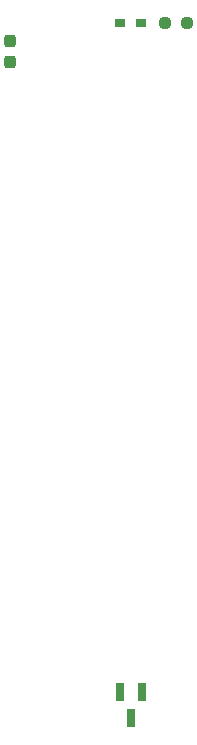
<source format=gbr>
G04 #@! TF.GenerationSoftware,KiCad,Pcbnew,8.0.4+dfsg-1*
G04 #@! TF.CreationDate,2025-03-02T09:53:04+09:00*
G04 #@! TF.ProjectId,bionic-im6100,62696f6e-6963-42d6-996d-363130302e6b,3*
G04 #@! TF.SameCoordinates,Original*
G04 #@! TF.FileFunction,Paste,Top*
G04 #@! TF.FilePolarity,Positive*
%FSLAX46Y46*%
G04 Gerber Fmt 4.6, Leading zero omitted, Abs format (unit mm)*
G04 Created by KiCad (PCBNEW 8.0.4+dfsg-1) date 2025-03-02 09:53:04*
%MOMM*%
%LPD*%
G01*
G04 APERTURE LIST*
G04 Aperture macros list*
%AMRoundRect*
0 Rectangle with rounded corners*
0 $1 Rounding radius*
0 $2 $3 $4 $5 $6 $7 $8 $9 X,Y pos of 4 corners*
0 Add a 4 corners polygon primitive as box body*
4,1,4,$2,$3,$4,$5,$6,$7,$8,$9,$2,$3,0*
0 Add four circle primitives for the rounded corners*
1,1,$1+$1,$2,$3*
1,1,$1+$1,$4,$5*
1,1,$1+$1,$6,$7*
1,1,$1+$1,$8,$9*
0 Add four rect primitives between the rounded corners*
20,1,$1+$1,$2,$3,$4,$5,0*
20,1,$1+$1,$4,$5,$6,$7,0*
20,1,$1+$1,$6,$7,$8,$9,0*
20,1,$1+$1,$8,$9,$2,$3,0*%
G04 Aperture macros list end*
%ADD10R,0.660400X1.625600*%
%ADD11R,0.965200X0.762000*%
%ADD12RoundRect,0.237500X-0.250000X-0.237500X0.250000X-0.237500X0.250000X0.237500X-0.250000X0.237500X0*%
%ADD13RoundRect,0.237500X0.237500X-0.300000X0.237500X0.300000X-0.237500X0.300000X-0.237500X-0.300000X0*%
G04 APERTURE END LIST*
D10*
X114650001Y-128471600D03*
X112749999Y-128471600D03*
X113700000Y-130603600D03*
D11*
X114563600Y-71778000D03*
X112811000Y-71778000D03*
D12*
X116597500Y-71778000D03*
X118422500Y-71778000D03*
D13*
X103489200Y-75080000D03*
X103489200Y-73355000D03*
M02*

</source>
